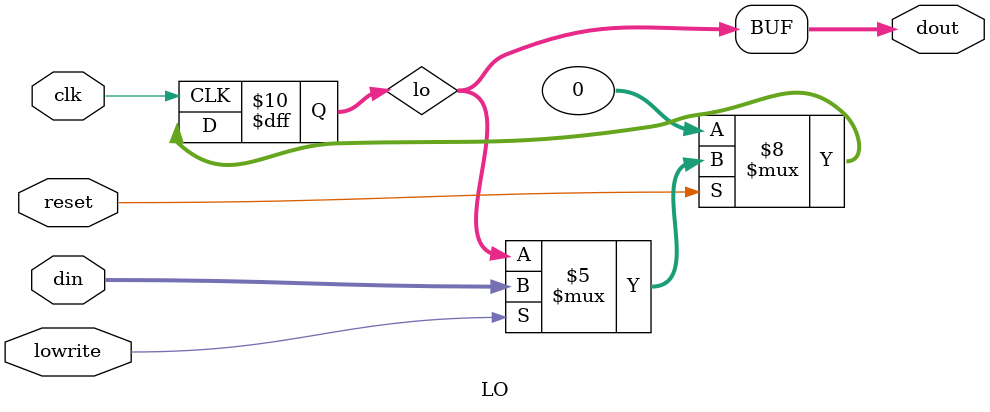
<source format=v>
`timescale 1ns / 1ps


module LO(
            input clk,reset,
            input lowrite,
            input [31:0] din,
            output [31:0] dout
    );
            
            reg delay;
            reg [31:0] lo;
            
            always@(posedge clk)
                    delay <= reset;
                    
            always@(posedge clk)
            begin
                    if(reset ==1'b0)
                    begin
                            lo <= 32'b0;
                    end
                    else if(lowrite == 1'b1)
                    begin
                            lo <= din;
                    end
            end
            
            assign dout = lo;

endmodule

</source>
